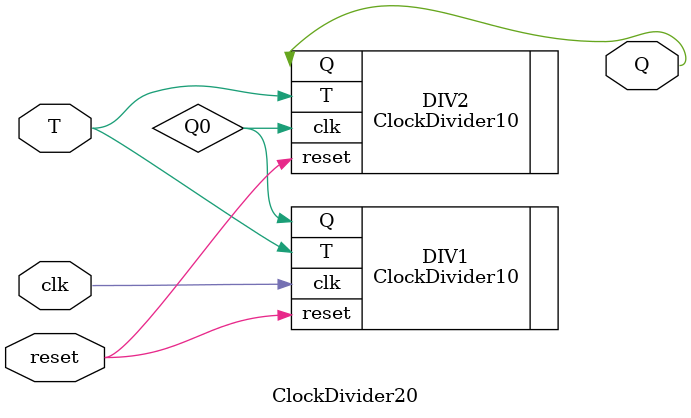
<source format=v>
module ClockDivider20 (
    input clk,
    input reset,
	 input T,
    output Q
);
    wire Q0;

	ClockDivider10 DIV1(
		.clk(clk),
		.reset(reset),
		.T(T),
		.Q(Q0)
	);
	
	ClockDivider10 DIV2(
		.clk(Q0),
		.reset(reset),
		.T(T),
		.Q(Q)
	);
	 
endmodule

</source>
